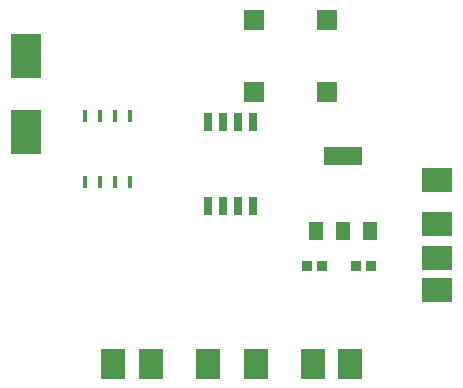
<source format=gbp>
G04*
G04 #@! TF.GenerationSoftware,Altium Limited,Altium Designer,24.1.2 (44)*
G04*
G04 Layer_Color=128*
%FSLAX25Y25*%
%MOIN*%
G70*
G04*
G04 #@! TF.SameCoordinates,BB4A674F-8819-4941-915F-785A2CCA7B01*
G04*
G04*
G04 #@! TF.FilePolarity,Positive*
G04*
G01*
G75*
%ADD26R,0.03740X0.03740*%
%ADD73R,0.10000X0.08000*%
%ADD74R,0.12992X0.05906*%
%ADD75R,0.04724X0.05906*%
%ADD76R,0.01800X0.04400*%
%ADD77R,0.07087X0.07087*%
%ADD78R,0.08000X0.10000*%
%ADD79R,0.10000X0.15000*%
%ADD80R,0.02559X0.06299*%
D26*
X115539Y38000D02*
D03*
X120461D02*
D03*
X99039D02*
D03*
X103961D02*
D03*
D73*
X142500Y30000D02*
D03*
Y66500D02*
D03*
Y52000D02*
D03*
Y40500D02*
D03*
D74*
X111000Y74697D02*
D03*
D75*
X101945Y49500D02*
D03*
X111000D02*
D03*
X120055D02*
D03*
D76*
X25000Y88000D02*
D03*
X30000D02*
D03*
X35000D02*
D03*
X40000D02*
D03*
Y66000D02*
D03*
X35000D02*
D03*
X30000D02*
D03*
X25000D02*
D03*
D77*
X105606Y95894D02*
D03*
Y120106D02*
D03*
X81394D02*
D03*
Y95894D02*
D03*
D78*
X101000Y5400D02*
D03*
X113500D02*
D03*
X82000D02*
D03*
X66000D02*
D03*
X47000D02*
D03*
X34500D02*
D03*
D79*
X5400Y108000D02*
D03*
Y82500D02*
D03*
D80*
X81000Y58024D02*
D03*
X76000D02*
D03*
X71000D02*
D03*
X66000D02*
D03*
Y85976D02*
D03*
X71000D02*
D03*
X76000D02*
D03*
X81000D02*
D03*
M02*

</source>
